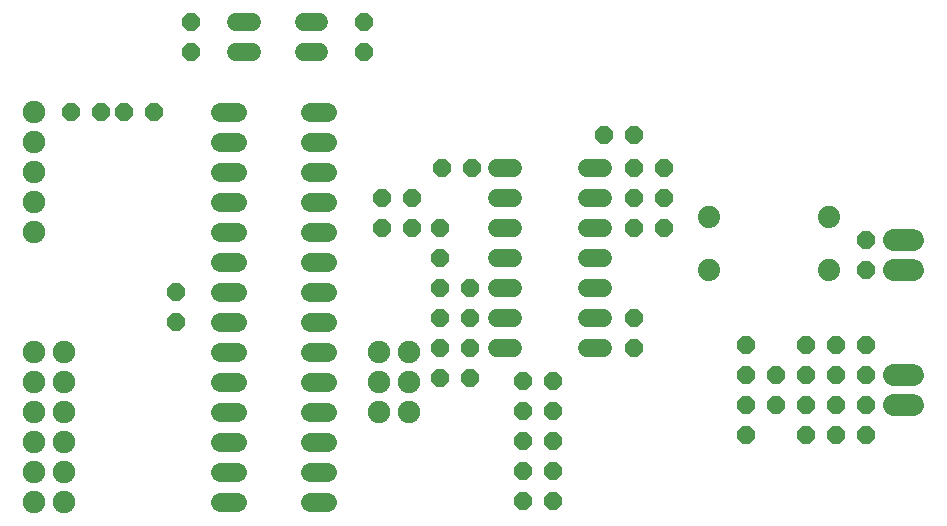
<source format=gbr>
G04 EAGLE Gerber RS-274X export*
G75*
%MOMM*%
%FSLAX34Y34*%
%LPD*%
%INSoldermask Bottom*%
%IPPOS*%
%AMOC8*
5,1,8,0,0,1.08239X$1,22.5*%
G01*
%ADD10P,1.649562X8X112.500000*%
%ADD11C,1.524000*%
%ADD12C,1.841500*%
%ADD13P,1.649562X8X292.500000*%
%ADD14P,1.649562X8X22.500000*%
%ADD15C,1.908300*%
%ADD16P,1.649562X8X202.500000*%
%ADD17C,1.644200*%
%ADD18C,1.879600*%


D10*
X165100Y196850D03*
X165100Y222250D03*
D11*
X436626Y327660D02*
X449834Y327660D01*
X449834Y302260D02*
X436626Y302260D01*
X436626Y175260D02*
X449834Y175260D01*
X512826Y175260D02*
X526034Y175260D01*
X449834Y276860D02*
X436626Y276860D01*
X436626Y251460D02*
X449834Y251460D01*
X449834Y200660D02*
X436626Y200660D01*
X436626Y226060D02*
X449834Y226060D01*
X512826Y200660D02*
X526034Y200660D01*
X526034Y226060D02*
X512826Y226060D01*
X512826Y251460D02*
X526034Y251460D01*
X526034Y276860D02*
X512826Y276860D01*
X512826Y302260D02*
X526034Y302260D01*
X526034Y327660D02*
X512826Y327660D01*
D12*
X772859Y127000D02*
X789242Y127000D01*
X789242Y152400D02*
X772859Y152400D01*
D10*
X749300Y152400D03*
X749300Y177800D03*
X749300Y101600D03*
X749300Y127000D03*
X673100Y127000D03*
X673100Y152400D03*
X647700Y152400D03*
X647700Y177800D03*
X647700Y101600D03*
X647700Y127000D03*
X388620Y200660D03*
X388620Y226060D03*
D13*
X388620Y175260D03*
X388620Y149860D03*
D14*
X552450Y327660D03*
X577850Y327660D03*
X552450Y302260D03*
X577850Y302260D03*
D13*
X339090Y302260D03*
X339090Y276860D03*
X364490Y302260D03*
X364490Y276860D03*
D15*
X44450Y171450D03*
X44450Y146050D03*
X44450Y120650D03*
X44450Y95250D03*
X44450Y69850D03*
X44450Y44450D03*
X69850Y44450D03*
X69850Y69850D03*
X69850Y95250D03*
X69850Y120650D03*
X69850Y146050D03*
X69850Y171450D03*
D12*
X772859Y241300D02*
X789242Y241300D01*
X789242Y266700D02*
X772859Y266700D01*
D16*
X415290Y327660D03*
X389890Y327660D03*
D13*
X414020Y226060D03*
X414020Y200660D03*
D10*
X388620Y251460D03*
X388620Y276860D03*
D14*
X527050Y355600D03*
X552450Y355600D03*
X552450Y276860D03*
X577850Y276860D03*
D13*
X552450Y200660D03*
X552450Y175260D03*
X749300Y266700D03*
X749300Y241300D03*
D16*
X483870Y147320D03*
X458470Y147320D03*
X483870Y121920D03*
X458470Y121920D03*
X483870Y96520D03*
X458470Y96520D03*
X483870Y71120D03*
X458470Y71120D03*
X483870Y45720D03*
X458470Y45720D03*
D10*
X723900Y152400D03*
X723900Y177800D03*
X723900Y101600D03*
X723900Y127000D03*
D13*
X698500Y127000D03*
X698500Y101600D03*
D10*
X698500Y152400D03*
X698500Y177800D03*
D13*
X414020Y175260D03*
X414020Y149860D03*
D11*
X228854Y450850D02*
X215646Y450850D01*
X215646Y425450D02*
X228854Y425450D01*
X272796Y450850D02*
X286004Y450850D01*
X286004Y425450D02*
X272796Y425450D01*
D10*
X177800Y425450D03*
X177800Y450850D03*
D17*
X202345Y374650D02*
X216755Y374650D01*
X216755Y349250D02*
X202345Y349250D01*
X202345Y323850D02*
X216755Y323850D01*
X216755Y298450D02*
X202345Y298450D01*
X202345Y273050D02*
X216755Y273050D01*
X216755Y247650D02*
X202345Y247650D01*
X202345Y222250D02*
X216755Y222250D01*
X216755Y196850D02*
X202345Y196850D01*
X202345Y171450D02*
X216755Y171450D01*
X216755Y146050D02*
X202345Y146050D01*
X202345Y120650D02*
X216755Y120650D01*
X216755Y95250D02*
X202345Y95250D01*
X202345Y69850D02*
X216755Y69850D01*
X216755Y44450D02*
X202345Y44450D01*
X278545Y44450D02*
X292955Y44450D01*
X292955Y69850D02*
X278545Y69850D01*
X278545Y95250D02*
X292955Y95250D01*
X292955Y120650D02*
X278545Y120650D01*
X278545Y146050D02*
X292955Y146050D01*
X292955Y171450D02*
X278545Y171450D01*
X278545Y196850D02*
X292955Y196850D01*
X292955Y222250D02*
X278545Y222250D01*
X278545Y247650D02*
X292955Y247650D01*
X292955Y273050D02*
X278545Y273050D01*
X278545Y298450D02*
X292955Y298450D01*
X292955Y323850D02*
X278545Y323850D01*
X278545Y349250D02*
X292955Y349250D01*
X292955Y374650D02*
X278545Y374650D01*
D15*
X44450Y273050D03*
X44450Y298450D03*
X44450Y323850D03*
X44450Y349250D03*
X44450Y374650D03*
X361950Y120650D03*
X361950Y146050D03*
X361950Y171450D03*
X336550Y171450D03*
X336550Y146050D03*
X336550Y120650D03*
D14*
X76200Y374650D03*
X101600Y374650D03*
D16*
X146050Y374650D03*
X120650Y374650D03*
D13*
X323850Y450850D03*
X323850Y425450D03*
D18*
X615950Y285750D03*
X717550Y285750D03*
X717550Y241300D03*
X615950Y241300D03*
M02*

</source>
